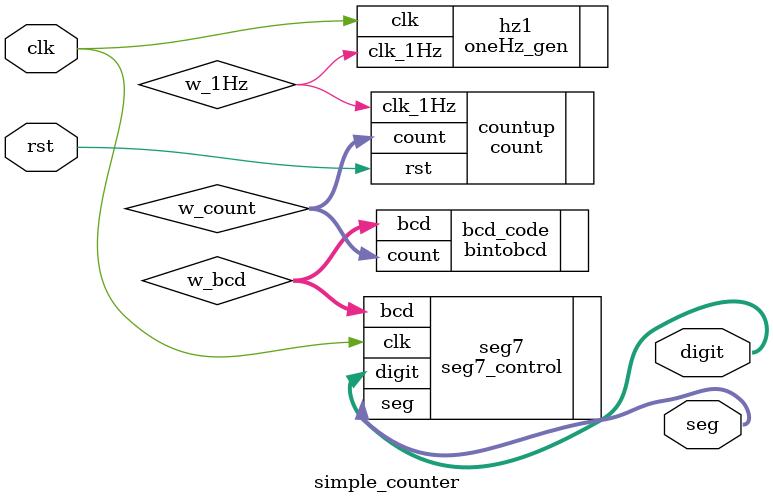
<source format=v>
`timescale 1ns / 1ps
 module simple_counter (clk, rst,seg,digit);
 input clk, rst; 
// output [6:0] count;
 //reg [6:0] count; 
  output [7:0] seg;      // 7 segment display segment pattern
    output [3:0] digit;      // 7 segment display anodes
 

  wire w_1Hz;
    wire [7:0] w_count;
	 wire [11:0] w_bcd;
	 
  oneHz_gen hz1(.clk(clk),.clk_1Hz(w_1Hz));
  count countup(.clk_1Hz(w_1Hz),.rst(rst),.count(w_count));
	 bintobcd bcd_code(.count(w_count), .bcd(w_bcd));
    seg7_control seg7(.clk(clk),  .bcd(w_bcd), .seg(seg), .digit(digit));
	 
 endmodule
 

 
</source>
